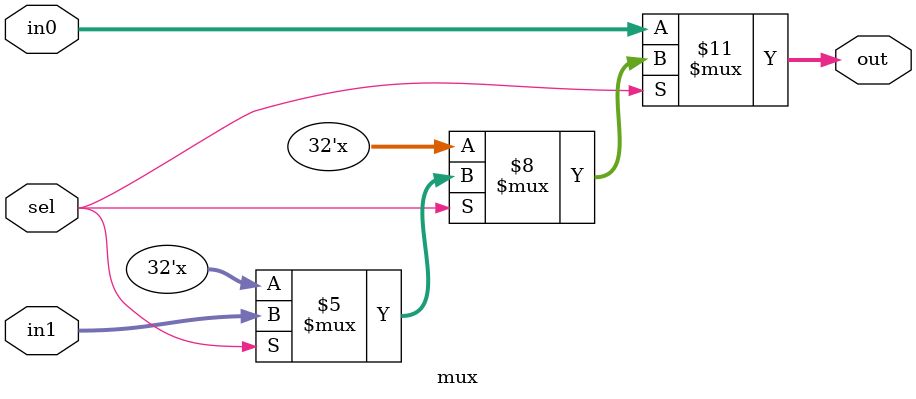
<source format=v>
`timescale 1ns / 1ps
module mux(in0,in1,sel,out);
input [31:0] in1,in0;
input sel;
output [31:0] out;
reg [31:0] out;

always @(sel,in0,in1) begin
	if (sel==0)  out=in0;
	else if (sel==1)  out=in1;
end


endmodule

</source>
